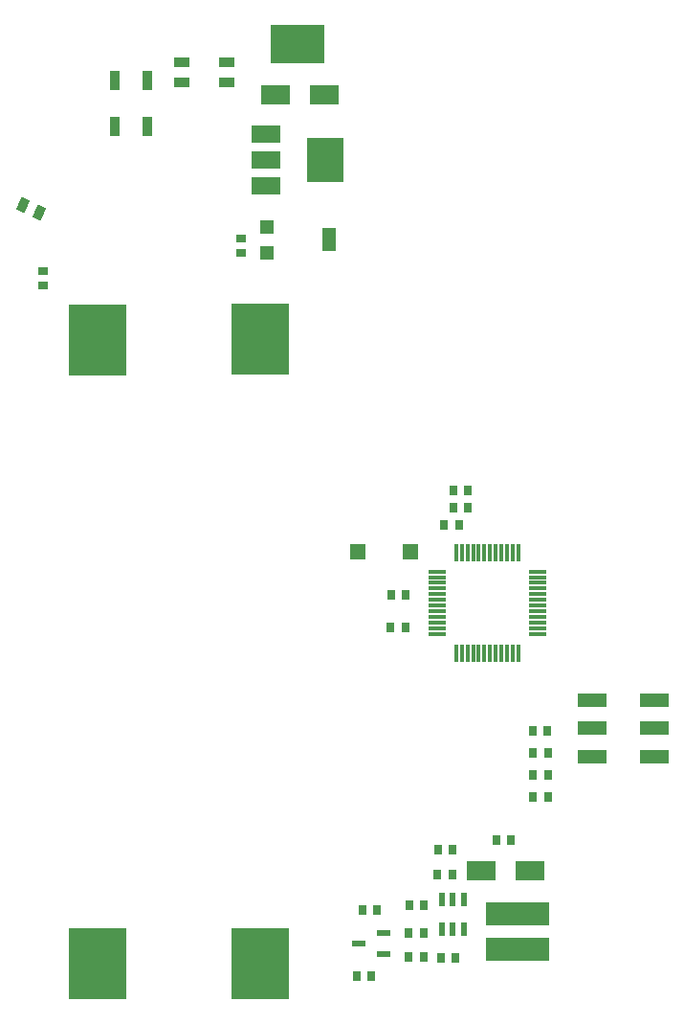
<source format=gtp>
G04*
G04 #@! TF.GenerationSoftware,Altium Limited,Altium Designer,21.0.9 (235)*
G04*
G04 Layer_Color=8421504*
%FSLAX44Y44*%
%MOMM*%
G71*
G04*
G04 #@! TF.SameCoordinates,0D4F0E72-BB14-44F6-86D7-A2CD8496CB50*
G04*
G04*
G04 #@! TF.FilePolarity,Positive*
G04*
G01*
G75*
%ADD17R,1.3000X2.0000*%
%ADD18R,1.3000X1.3000*%
%ADD19R,1.5000X0.3000*%
%ADD20R,0.3000X1.5000*%
%ADD21R,5.7000X2.0000*%
G04:AMPARAMS|DCode=22|XSize=0.8mm|YSize=1.2mm|CornerRadius=0mm|HoleSize=0mm|Usage=FLASHONLY|Rotation=335.000|XOffset=0mm|YOffset=0mm|HoleType=Round|Shape=Rectangle|*
%AMROTATEDRECTD22*
4,1,4,-0.6161,-0.3747,-0.1090,0.7128,0.6161,0.3747,0.1090,-0.7128,-0.6161,-0.3747,0.0*
%
%ADD22ROTATEDRECTD22*%

%ADD23R,0.8000X0.9000*%
%ADD24R,1.1500X0.6000*%
%ADD25R,0.9000X0.8000*%
%ADD26R,3.2500X4.0000*%
%ADD27R,2.5000X1.5000*%
%ADD28R,1.4000X0.8500*%
%ADD29R,1.3500X1.3500*%
%ADD30R,2.6500X1.7500*%
%ADD31R,0.5499X1.1999*%
%ADD32R,5.0800X6.3500*%
%ADD33R,0.9000X1.8000*%
%ADD34R,4.7000X3.4000*%
%ADD35R,2.5000X1.2000*%
D17*
X565750Y923750D02*
D03*
D18*
X510750Y935250D02*
D03*
Y912250D02*
D03*
D19*
X661000Y630500D02*
D03*
Y625500D02*
D03*
Y620500D02*
D03*
Y615500D02*
D03*
Y610500D02*
D03*
Y605500D02*
D03*
Y600500D02*
D03*
Y595500D02*
D03*
Y590500D02*
D03*
Y585500D02*
D03*
Y580500D02*
D03*
Y575500D02*
D03*
X750000D02*
D03*
Y580500D02*
D03*
Y585500D02*
D03*
Y590500D02*
D03*
Y595500D02*
D03*
Y600500D02*
D03*
Y605500D02*
D03*
Y610500D02*
D03*
Y615500D02*
D03*
Y620500D02*
D03*
Y625500D02*
D03*
Y630500D02*
D03*
D20*
X678000Y558500D02*
D03*
X683000D02*
D03*
X688000D02*
D03*
X693000D02*
D03*
X698000D02*
D03*
X703000D02*
D03*
X708000D02*
D03*
X713000D02*
D03*
X718000D02*
D03*
X723000D02*
D03*
X728000D02*
D03*
X733000D02*
D03*
Y647500D02*
D03*
X728000D02*
D03*
X723000D02*
D03*
X718000D02*
D03*
X713000D02*
D03*
X708000D02*
D03*
X703000D02*
D03*
X698000D02*
D03*
X693000D02*
D03*
X688000D02*
D03*
X683000D02*
D03*
X678000D02*
D03*
D21*
X732250Y297000D02*
D03*
Y328000D02*
D03*
D22*
X308656Y947780D02*
D03*
X294844Y954220D02*
D03*
D23*
X608000Y331250D02*
D03*
X595000D02*
D03*
X726500Y393000D02*
D03*
X713500D02*
D03*
X589750Y273250D02*
D03*
X602750D02*
D03*
X680500Y671750D02*
D03*
X667500D02*
D03*
X675250Y687250D02*
D03*
X688250D02*
D03*
X675250Y702500D02*
D03*
X688250D02*
D03*
X633000Y581250D02*
D03*
X620000D02*
D03*
X759000Y470000D02*
D03*
X746000D02*
D03*
X759000Y450500D02*
D03*
X746000D02*
D03*
X759000Y431000D02*
D03*
X746000D02*
D03*
X636000Y311250D02*
D03*
X649000D02*
D03*
X661750Y384750D02*
D03*
X674750D02*
D03*
X664500Y289250D02*
D03*
X677500D02*
D03*
X636000Y289500D02*
D03*
X649000D02*
D03*
X661500Y363000D02*
D03*
X674500D02*
D03*
X636750Y336000D02*
D03*
X649750D02*
D03*
X758750Y489500D02*
D03*
X745750D02*
D03*
X633250Y609750D02*
D03*
X620250D02*
D03*
D24*
X591490Y301870D02*
D03*
X613990Y311370D02*
D03*
Y292370D02*
D03*
D25*
X312250Y883250D02*
D03*
Y896250D02*
D03*
X487250Y912250D02*
D03*
Y925250D02*
D03*
D26*
X562500Y994250D02*
D03*
D27*
X510000Y971750D02*
D03*
Y994250D02*
D03*
Y1016750D02*
D03*
D28*
X475000Y1080500D02*
D03*
Y1063000D02*
D03*
X435000Y1080500D02*
D03*
Y1063000D02*
D03*
D29*
X590500Y648250D02*
D03*
X637500D02*
D03*
D30*
X700250Y366000D02*
D03*
X743250D02*
D03*
X518500Y1051750D02*
D03*
X561500D02*
D03*
D31*
X684500Y340750D02*
D03*
X675000D02*
D03*
X665500D02*
D03*
Y314751D02*
D03*
X675000D02*
D03*
X684500D02*
D03*
D32*
X504350Y284300D02*
D03*
Y835600D02*
D03*
X360650Y835200D02*
D03*
Y283900D02*
D03*
D33*
X405000Y1024250D02*
D03*
X376000D02*
D03*
X404500Y1064250D02*
D03*
X375500D02*
D03*
D34*
X537750Y1097000D02*
D03*
D35*
X798000Y467125D02*
D03*
X853000D02*
D03*
Y517125D02*
D03*
X798000D02*
D03*
Y492125D02*
D03*
X853000D02*
D03*
M02*

</source>
